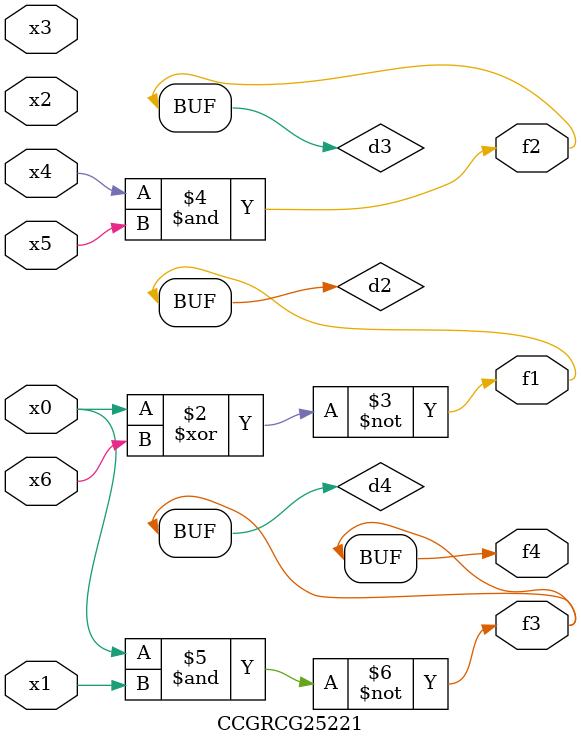
<source format=v>
module CCGRCG25221(
	input x0, x1, x2, x3, x4, x5, x6,
	output f1, f2, f3, f4
);

	wire d1, d2, d3, d4;

	nor (d1, x0);
	xnor (d2, x0, x6);
	and (d3, x4, x5);
	nand (d4, x0, x1);
	assign f1 = d2;
	assign f2 = d3;
	assign f3 = d4;
	assign f4 = d4;
endmodule

</source>
